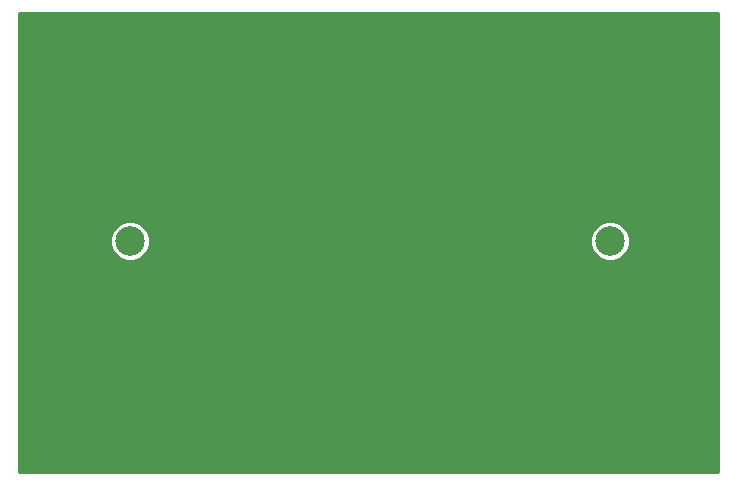
<source format=gbr>
G04 #@! TF.GenerationSoftware,KiCad,Pcbnew,no-vcs-found-7409~56~ubuntu16.04.1*
G04 #@! TF.CreationDate,2017-01-02T13:03:41+01:00*
G04 #@! TF.ProjectId,BP01B,42503031422E6B696361645F70636200,REV*
G04 #@! TF.FileFunction,Copper,L1,Top,Signal*
G04 #@! TF.FilePolarity,Positive*
%FSLAX46Y46*%
G04 Gerber Fmt 4.6, Leading zero omitted, Abs format (unit mm)*
G04 Created by KiCad (PCBNEW no-vcs-found-7409~56~ubuntu16.04.1) date Mon Jan  2 13:03:41 2017*
%MOMM*%
%LPD*%
G01*
G04 APERTURE LIST*
%ADD10C,0.150000*%
%ADD11C,2.500000*%
%ADD12C,2.700000*%
%ADD13C,6.000000*%
%ADD14C,0.800000*%
%ADD15C,0.400000*%
%ADD16C,0.254000*%
G04 APERTURE END LIST*
D10*
D11*
X10160000Y20320000D03*
D12*
X12700000Y17780000D03*
X7620000Y17780000D03*
X7620000Y22860000D03*
X12700000Y22860000D03*
X53340000Y22860000D03*
X48260000Y22860000D03*
X48260000Y17780000D03*
X53340000Y17780000D03*
D11*
X50800000Y20320000D03*
D13*
X55880000Y5080000D03*
X5080000Y5080000D03*
X55880000Y35560000D03*
X5080000Y35560000D03*
D14*
X14986000Y17526000D03*
X14986000Y16256000D03*
X13716000Y15748000D03*
X12446000Y15748000D03*
X11176000Y15748000D03*
X9906000Y15748000D03*
X8636000Y15748000D03*
X7366000Y15748000D03*
X6096000Y15748000D03*
X5588000Y16764000D03*
X5588000Y18034000D03*
X5588000Y19304000D03*
X5588000Y20574000D03*
X5588000Y21843994D03*
X5588000Y23114000D03*
X5588000Y24384000D03*
X7112000Y24892000D03*
X8382000Y24892000D03*
X9652000Y24892000D03*
X10922000Y24892000D03*
X12192000Y24892000D03*
X13462000Y24892000D03*
X55372000Y24638000D03*
X55626000Y23622000D03*
X55626000Y22352000D03*
X55626000Y21082000D03*
X55626000Y19812000D03*
X55626000Y18542000D03*
X55626000Y17272000D03*
X55626000Y16002000D03*
X54864000Y15240000D03*
X53594000Y15240000D03*
X52324000Y15240000D03*
X51054000Y15240000D03*
X49784000Y15240000D03*
X48514000Y15240000D03*
X47244000Y15240000D03*
X46228000Y16002000D03*
X46228000Y17272000D03*
X54356000Y25146000D03*
X53086000Y25146000D03*
X51816000Y25146000D03*
X50546000Y25146000D03*
X49276000Y25146000D03*
X48006000Y25146000D03*
X32258000Y33020000D03*
X30988000Y33020000D03*
X27432000Y33020000D03*
X41910000Y27686000D03*
X41148000Y28194000D03*
X40132000Y28194000D03*
X38862000Y28194000D03*
X37592000Y28194000D03*
X36322000Y27178000D03*
X36322000Y28194000D03*
X35306000Y26924000D03*
X34036004Y26924000D03*
X32766000Y26924000D03*
X32258000Y27940000D03*
X31242000Y27940000D03*
X29972000Y27432000D03*
X28702000Y27432000D03*
X27432000Y27432000D03*
X27178000Y28448000D03*
X25908000Y28448000D03*
X24638000Y28448000D03*
X23368000Y28448000D03*
X22098000Y28448000D03*
X20828000Y28448000D03*
X20066000Y27686000D03*
X46482000Y27432000D03*
X46482000Y28448000D03*
X46482000Y29718000D03*
X46482000Y30988000D03*
X44958000Y30988000D03*
X43688000Y30988000D03*
X42418000Y30988000D03*
X41656000Y31750000D03*
X41656000Y32766000D03*
X40386000Y32766000D03*
X39116000Y32766000D03*
X37846000Y32766000D03*
X36576000Y33020000D03*
X36576000Y34290000D03*
X14732000Y27432000D03*
X14732000Y28448000D03*
X14732000Y29718000D03*
X14732000Y30988000D03*
X16256000Y30988000D03*
X17526000Y30988000D03*
X18796000Y30988000D03*
X20066000Y31750000D03*
X20066000Y33020000D03*
X21336000Y33020000D03*
X22606000Y33020000D03*
X23876000Y33020000D03*
X25146000Y33020000D03*
X27432008Y31750000D03*
X32258000Y31750000D03*
X30988000Y31750000D03*
X25908000Y31750000D03*
X46736000Y24384000D03*
X46736000Y25400000D03*
X46228000Y26416000D03*
X44958000Y26670000D03*
X43434000Y26670000D03*
X42164000Y26670000D03*
X40894000Y26416000D03*
X40894000Y24892000D03*
X40894000Y23368000D03*
X42926000Y22098000D03*
X41656000Y22098000D03*
X40386000Y22098000D03*
X39116000Y21590000D03*
X37846000Y21590000D03*
X36830000Y21844000D03*
X36830000Y23114000D03*
X36068000Y23876000D03*
X34798000Y23876000D03*
X33528000Y23876000D03*
X32512000Y23876000D03*
X32258000Y22606000D03*
X31750000Y21590000D03*
X30480000Y21590000D03*
X29209994Y22860000D03*
X29210000Y21590000D03*
X28956000Y24130000D03*
X27686000Y24130000D03*
X26416000Y24130000D03*
X25146000Y24130000D03*
X24384000Y23368000D03*
X24384000Y22098000D03*
X22860000Y22098000D03*
X21590000Y22098000D03*
X20320000Y22098000D03*
X20320000Y23368000D03*
X20320000Y24638000D03*
X20320000Y25908000D03*
X19558000Y26670000D03*
X18288000Y26670000D03*
X17018000Y26670000D03*
X15748000Y26670000D03*
X14732000Y26162000D03*
X14732000Y24892000D03*
X14732000Y23622000D03*
X46228000Y18542000D03*
X44958000Y18542000D03*
X43688000Y18542000D03*
X42418000Y18542000D03*
X41148000Y18542000D03*
X41148000Y17526000D03*
X40132000Y16764000D03*
X38862000Y16764000D03*
X37592000Y16764000D03*
X36322000Y16764000D03*
X35814000Y17780000D03*
X35814000Y18796000D03*
X34798000Y18796000D03*
X33528000Y18796000D03*
X33528000Y17780000D03*
X32766000Y17018000D03*
X31750000Y17018000D03*
X30480000Y17018000D03*
X29464000Y17018000D03*
X28448000Y17272000D03*
X28194000Y18288000D03*
X26924000Y18288000D03*
X25654000Y18288000D03*
X25400000Y17018000D03*
X24130000Y17018000D03*
X22860000Y17018000D03*
X20320000Y17272000D03*
X21590000Y17018000D03*
X20066000Y18542000D03*
X18796000Y18542000D03*
X17526000Y18542000D03*
X16256000Y18542000D03*
X14986000Y18542000D03*
D15*
X14986000Y16256000D02*
X14986000Y17526000D01*
X12446000Y15748000D02*
X13716000Y15748000D01*
X9906000Y15748000D02*
X11176000Y15748000D01*
X7366000Y15748000D02*
X8636000Y15748000D01*
X5588000Y16764000D02*
X5588000Y16256000D01*
X5588000Y16256000D02*
X6096000Y15748000D01*
X5588000Y19304000D02*
X5588000Y18034000D01*
X5588000Y21843994D02*
X5588000Y20574000D01*
X5588000Y24384000D02*
X5588000Y23114000D01*
X8382000Y24892000D02*
X7112000Y24892000D01*
X10922000Y24892000D02*
X9652000Y24892000D01*
X13462000Y24892000D02*
X12192000Y24892000D01*
X55626000Y23622000D02*
X55626000Y24384000D01*
X55626000Y24384000D02*
X55372000Y24638000D01*
X55626000Y21082000D02*
X55626000Y22352000D01*
X55626000Y18542000D02*
X55626000Y19812000D01*
X55626000Y16002000D02*
X55626000Y17272000D01*
X53594000Y15240000D02*
X54864000Y15240000D01*
X51054000Y15240000D02*
X52324000Y15240000D01*
X48514000Y15240000D02*
X49784000Y15240000D01*
X46228000Y16002000D02*
X46482000Y16002000D01*
X46482000Y16002000D02*
X47244000Y15240000D01*
X46228000Y18542000D02*
X46228000Y17272000D01*
X51816000Y25146000D02*
X53086000Y25146000D01*
X49276000Y25146000D02*
X50546000Y25146000D01*
X46736000Y25400000D02*
X47752000Y25400000D01*
X47752000Y25400000D02*
X48006000Y25146000D01*
X30988000Y31750000D02*
X30988000Y33020000D01*
X41148000Y28194000D02*
X41402000Y28194000D01*
X41402000Y28194000D02*
X41910000Y27686000D01*
X38862000Y28194000D02*
X40132000Y28194000D01*
X36322000Y28194000D02*
X37592000Y28194000D01*
X35306000Y26924000D02*
X36068000Y26924000D01*
X36068000Y26924000D02*
X36322000Y27178000D01*
X36068000Y27178000D02*
X36322000Y27178000D01*
X35814000Y26924000D02*
X36068000Y27178000D01*
X32766000Y26924000D02*
X34036004Y26924000D01*
X31242000Y27940000D02*
X32258000Y27940000D01*
X28702000Y27432000D02*
X29972000Y27432000D01*
X27178000Y28448000D02*
X27178000Y27686000D01*
X27178000Y27686000D02*
X27432000Y27432000D01*
X24638000Y28448000D02*
X25908000Y28448000D01*
X22098000Y28448000D02*
X23368000Y28448000D01*
X20066000Y27686000D02*
X20828000Y28448000D01*
X46482000Y28448000D02*
X46482000Y27432000D01*
X46482000Y30988000D02*
X46482000Y29718000D01*
X43688000Y30988000D02*
X44958000Y30988000D01*
X41656000Y31750000D02*
X42418000Y30988000D01*
X40386000Y32766000D02*
X41656000Y32766000D01*
X37846000Y32766000D02*
X39116000Y32766000D01*
X36576000Y34290000D02*
X36576000Y33020000D01*
X14732000Y29718000D02*
X14732000Y28448000D01*
X16256000Y30988000D02*
X14732000Y30988000D01*
X18796000Y30988000D02*
X17526000Y30988000D01*
X20066000Y33020000D02*
X20066000Y31750000D01*
X22606000Y33020000D02*
X21336000Y33020000D01*
X25146000Y33020000D02*
X23876000Y33020000D01*
X25908000Y31750000D02*
X27432008Y31750000D01*
X30988000Y31750000D02*
X32258000Y31750000D01*
X46228000Y26416000D02*
X46228000Y25908000D01*
X46228000Y25908000D02*
X46736000Y25400000D01*
X43434000Y26670000D02*
X44958000Y26670000D01*
X40894000Y26416000D02*
X41910000Y26416000D01*
X41910000Y26416000D02*
X42164000Y26670000D01*
X40894000Y23368000D02*
X40894000Y24892000D01*
X41656000Y22098000D02*
X42926000Y22098000D01*
X39116000Y21590000D02*
X39878000Y21590000D01*
X39878000Y21590000D02*
X40386000Y22098000D01*
X36830000Y21844000D02*
X37592000Y21844000D01*
X37592000Y21844000D02*
X37846000Y21590000D01*
X36068000Y23876000D02*
X36830000Y23114000D01*
X33528000Y23876000D02*
X34798000Y23876000D01*
X32258000Y22606000D02*
X32258000Y23622000D01*
X32258000Y23622000D02*
X32512000Y23876000D01*
X30480000Y21590000D02*
X31750000Y21590000D01*
X29210000Y22859994D02*
X29209994Y22860000D01*
X29210000Y21590000D02*
X29210000Y22859994D01*
X27686000Y24130000D02*
X28956000Y24130000D01*
X25146000Y24130000D02*
X26416000Y24130000D01*
X24384000Y22098000D02*
X24384000Y23368000D01*
X21590000Y22098000D02*
X22860000Y22098000D01*
X20320000Y23368000D02*
X20320000Y22098000D01*
X20320000Y25908000D02*
X20320000Y24638000D01*
X18288000Y26670000D02*
X19558000Y26670000D01*
X15748000Y26670000D02*
X17018000Y26670000D01*
X14732000Y24892000D02*
X14732000Y26162000D01*
X12700000Y22860000D02*
X13970000Y22860000D01*
X13970000Y22860000D02*
X14732000Y23622000D01*
X43688000Y18542000D02*
X44958000Y18542000D01*
X41148000Y18542000D02*
X42418000Y18542000D01*
X40132000Y16764000D02*
X40386000Y16764000D01*
X40386000Y16764000D02*
X41148000Y17526000D01*
X37592000Y16764000D02*
X38862000Y16764000D01*
X35814000Y17780000D02*
X35814000Y17272000D01*
X35814000Y17272000D02*
X36322000Y16764000D01*
X34798000Y18796000D02*
X35814000Y18796000D01*
X33528000Y17780000D02*
X33528000Y18796000D01*
X31750000Y17018000D02*
X32766000Y17018000D01*
X29464000Y17018000D02*
X30480000Y17018000D01*
X28194000Y18288000D02*
X28194000Y17526000D01*
X28194000Y17526000D02*
X28448000Y17272000D01*
X25654000Y18288000D02*
X26924000Y18288000D01*
X24130000Y17018000D02*
X25400000Y17018000D01*
X21590000Y17018000D02*
X22860000Y17018000D01*
X20066000Y17526000D02*
X20320000Y17272000D01*
X20066000Y18542000D02*
X20066000Y17526000D01*
X17526000Y18542000D02*
X18796000Y18542000D01*
X14986000Y18542000D02*
X16256000Y18542000D01*
D16*
G36*
X59950000Y756000D02*
X756000Y756000D01*
X756000Y19987888D01*
X8482710Y19987888D01*
X8737480Y19371297D01*
X9208816Y18899138D01*
X9824961Y18643292D01*
X10492112Y18642710D01*
X11108703Y18897480D01*
X11580862Y19368816D01*
X11836708Y19984961D01*
X11836710Y19987888D01*
X49122710Y19987888D01*
X49377480Y19371297D01*
X49848816Y18899138D01*
X50464961Y18643292D01*
X51132112Y18642710D01*
X51748703Y18897480D01*
X52220862Y19368816D01*
X52476708Y19984961D01*
X52477290Y20652112D01*
X52222520Y21268703D01*
X51751184Y21740862D01*
X51135039Y21996708D01*
X50467888Y21997290D01*
X49851297Y21742520D01*
X49379138Y21271184D01*
X49123292Y20655039D01*
X49122710Y19987888D01*
X11836710Y19987888D01*
X11837290Y20652112D01*
X11582520Y21268703D01*
X11111184Y21740862D01*
X10495039Y21996708D01*
X9827888Y21997290D01*
X9211297Y21742520D01*
X8739138Y21271184D01*
X8483292Y20655039D01*
X8482710Y19987888D01*
X756000Y19987888D01*
X756000Y39630000D01*
X59950000Y39630000D01*
X59950000Y756000D01*
X59950000Y756000D01*
G37*
X59950000Y756000D02*
X756000Y756000D01*
X756000Y19987888D01*
X8482710Y19987888D01*
X8737480Y19371297D01*
X9208816Y18899138D01*
X9824961Y18643292D01*
X10492112Y18642710D01*
X11108703Y18897480D01*
X11580862Y19368816D01*
X11836708Y19984961D01*
X11836710Y19987888D01*
X49122710Y19987888D01*
X49377480Y19371297D01*
X49848816Y18899138D01*
X50464961Y18643292D01*
X51132112Y18642710D01*
X51748703Y18897480D01*
X52220862Y19368816D01*
X52476708Y19984961D01*
X52477290Y20652112D01*
X52222520Y21268703D01*
X51751184Y21740862D01*
X51135039Y21996708D01*
X50467888Y21997290D01*
X49851297Y21742520D01*
X49379138Y21271184D01*
X49123292Y20655039D01*
X49122710Y19987888D01*
X11836710Y19987888D01*
X11837290Y20652112D01*
X11582520Y21268703D01*
X11111184Y21740862D01*
X10495039Y21996708D01*
X9827888Y21997290D01*
X9211297Y21742520D01*
X8739138Y21271184D01*
X8483292Y20655039D01*
X8482710Y19987888D01*
X756000Y19987888D01*
X756000Y39630000D01*
X59950000Y39630000D01*
X59950000Y756000D01*
M02*

</source>
